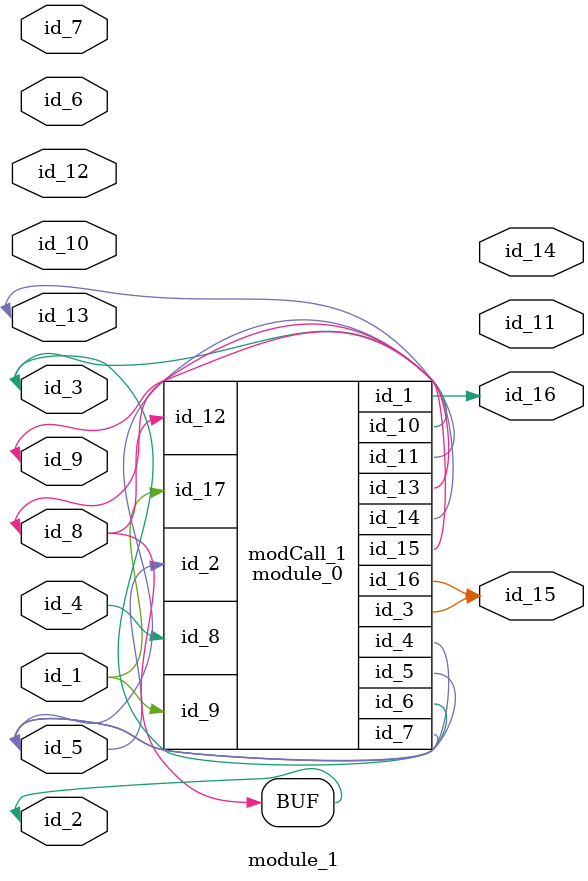
<source format=v>
module module_0 (
    id_1,
    id_2,
    id_3,
    id_4,
    id_5,
    id_6,
    id_7,
    id_8,
    id_9,
    id_10,
    id_11,
    id_12,
    id_13,
    id_14,
    id_15,
    id_16,
    id_17
);
  input wire id_17;
  output wire id_16;
  output wire id_15;
  inout wire id_14;
  output wire id_13;
  input wire id_12;
  inout wire id_11;
  inout wire id_10;
  input wire id_9;
  input wire id_8;
  inout wire id_7;
  inout wire id_6;
  inout wire id_5;
  output wire id_4;
  output wire id_3;
  input wire id_2;
  output wire id_1;
  wire id_18;
  wire id_19;
  wire id_20;
endmodule
module module_1 (
    id_1,
    id_2,
    id_3,
    id_4,
    id_5,
    id_6,
    id_7,
    id_8,
    id_9,
    id_10,
    id_11,
    id_12,
    id_13,
    id_14,
    id_15,
    id_16
);
  output wire id_16;
  output wire id_15;
  output wire id_14;
  inout wire id_13;
  input wire id_12;
  output wire id_11;
  input wire id_10;
  inout wire id_9;
  input wire id_8;
  input wire id_7;
  input wire id_6;
  inout wire id_5;
  inout wire id_4;
  inout wire id_3;
  inout wire id_2;
  inout wire id_1;
  assign id_2 = id_8;
  module_0 modCall_1 (
      id_16,
      id_5,
      id_15,
      id_5,
      id_5,
      id_3,
      id_5,
      id_4,
      id_1,
      id_3,
      id_13,
      id_8,
      id_9,
      id_5,
      id_2,
      id_15,
      id_1
  );
  wire id_17;
endmodule

</source>
